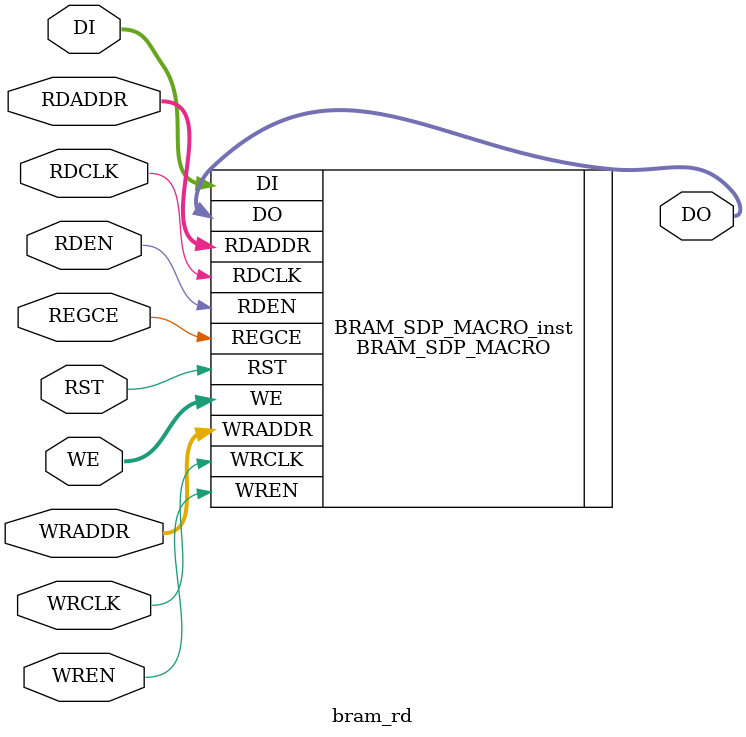
<source format=v>
`timescale 1ns / 1ps

module bram_rd(
    output [7:0] DO,
    input [31:0] DI,
    input [11:0] RDADDR,
    input [9:0] WRADDR,
    input REGCE,
    input RST , 
    input RDCLK,
    input WRCLK,
    input RDEN,
    input WREN,
    input [3:0] WE
    );
      ///////////////////////////////////////////////////////////////////////
    BRAM_SDP_MACRO #(
    .BRAM_SIZE("36Kb"), // Target BRAM, "18Kb" or "36Kb"
    .DEVICE("7SERIES"), // Target device: "7SERIES"
    .WRITE_WIDTH(32), // Valid values are 1-72 (37-72 only valid when BRAM_SIZE="36Kb")
    .READ_WIDTH(8), // Valid values are 1-72 (37-72 only valid when BRAM_SIZE="36Kb")
    .DO_REG(0), // Optional output register (0 or 1)
    .INIT_FILE ("NONE"),
    .SIM_COLLISION_CHECK ("ALL"), // Collision check enable "ALL", "WARNING_ONLY",
    // "GENERATE_X_ONLY" or "NONE"
    .SRVAL(72'h000000000000000000), // Set/Reset value for port output
    .INIT(72'h000000000000000000), // Initial values on output port
    .WRITE_MODE("WRITE_FIRST"), // Specify "READ_FIRST" for same clock or synchronous clocks
    // Specify "WRITE_FIRST for asynchronous clocks on ports
    .INIT_00(256'h0000000000000000000000000000000000000000000000000000000000000000),
    .INIT_01(256'h0000000000000000000000000000000000000000000000000000000000000000),
    .INIT_02(256'h0000000000000000000000000000000000000000000000000000000000000000),
    .INIT_03(256'h0000000000000000000000000000000000000000000000000000000000000000),
    .INIT_04(256'h0000000000000000000000000000000000000000000000000000000000000000),
    .INIT_05(256'h0000000000000000000000000000000000000000000000000000000000000000),
    .INIT_06(256'h0000000000000000000000000000000000000000000000000000000000000000),
    .INIT_07(256'h0000000000000000000000000000000000000000000000000000000000000000),
    .INIT_08(256'h0000000000000000000000000000000000000000000000000000000000000000),
    .INIT_09(256'h0000000000000000000000000000000000000000000000000000000000000000),
    .INIT_0A(256'h0000000000000000000000000000000000000000000000000000000000000000),
    .INIT_0B(256'h0000000000000000000000000000000000000000000000000000000000000000),
    .INIT_0C(256'h0000000000000000000000000000000000000000000000000000000000000000),
    .INIT_0D(256'h0000000000000000000000000000000000000000000000000000000000000000),
    .INIT_0E(256'h0000000000000000000000000000000000000000000000000000000000000000),
    .INIT_0F(256'h0000000000000000000000000000000000000000000000000000000000000000),
    .INIT_10(256'h0000000000000000000000000000000000000000000000000000000000000000),
    .INIT_11(256'h0000000000000000000000000000000000000000000000000000000000000000),
    .INIT_12(256'h0000000000000000000000000000000000000000000000000000000000000000),
    .INIT_13(256'h0000000000000000000000000000000000000000000000000000000000000000),
    .INIT_14(256'h0000000000000000000000000000000000000000000000000000000000000000),
    .INIT_15(256'h0000000000000000000000000000000000000000000000000000000000000000),
    .INIT_16(256'h0000000000000000000000000000000000000000000000000000000000000000),
    .INIT_17(256'h0000000000000000000000000000000000000000000000000000000000000000),
    .INIT_18(256'h0000000000000000000000000000000000000000000000000000000000000000),
    .INIT_19(256'h0000000000000000000000000000000000000000000000000000000000000000),
    .INIT_1A(256'h0000000000000000000000000000000000000000000000000000000000000000),
    .INIT_1B(256'h0000000000000000000000000000000000000000000000000000000000000000),
    .INIT_1C(256'h0000000000000000000000000000000000000000000000000000000000000000),
    .INIT_1D(256'h0000000000000000000000000000000000000000000000000000000000000000),
    .INIT_1E(256'h0000000000000000000000000000000000000000000000000000000000000000),
    .INIT_1F(256'h0000000000000000000000000000000000000000000000000000000000000000),
    .INIT_20(256'h0000000000000000000000000000000000000000000000000000000000000000),
    .INIT_21(256'h0000000000000000000000000000000000000000000000000000000000000000),
    .INIT_22(256'h0000000000000000000000000000000000000000000000000000000000000000),
    .INIT_23(256'h0000000000000000000000000000000000000000000000000000000000000000),
    .INIT_24(256'h0000000000000000000000000000000000000000000000000000000000000000),
    .INIT_25(256'h0000000000000000000000000000000000000000000000000000000000000000),
    .INIT_26(256'h0000000000000000000000000000000000000000000000000000000000000000),
    .INIT_27(256'h0000000000000000000000000000000000000000000000000000000000000000),
    .INIT_28(256'h0000000000000000000000000000000000000000000000000000000000000000),
    .INIT_29(256'h0000000000000000000000000000000000000000000000000000000000000000),
    .INIT_2A(256'h0000000000000000000000000000000000000000000000000000000000000000),
    .INIT_2B(256'h0000000000000000000000000000000000000000000000000000000000000000),
    .INIT_2C(256'h0000000000000000000000000000000000000000000000000000000000000000),
    .INIT_2D(256'h0000000000000000000000000000000000000000000000000000000000000000),
    .INIT_2E(256'h0000000000000000000000000000000000000000000000000000000000000000),
    .INIT_2F(256'h0000000000000000000000000000000000000000000000000000000000000000),
    .INIT_30(256'h0000000000000000000000000000000000000000000000000000000000000000),
    .INIT_31(256'h0000000000000000000000000000000000000000000000000000000000000000),
    .INIT_32(256'h0000000000000000000000000000000000000000000000000000000000000000),
    .INIT_33(256'h0000000000000000000000000000000000000000000000000000000000000000),
    .INIT_34(256'h0000000000000000000000000000000000000000000000000000000000000000),
    .INIT_35(256'h0000000000000000000000000000000000000000000000000000000000000000),
    .INIT_36(256'h0000000000000000000000000000000000000000000000000000000000000000),
    .INIT_37(256'h0000000000000000000000000000000000000000000000000000000000000000),
    .INIT_38(256'h0000000000000000000000000000000000000000000000000000000000000000),
    .INIT_39(256'h0000000000000000000000000000000000000000000000000000000000000000),
    .INIT_3A(256'h0000000000000000000000000000000000000000000000000000000000000000),
    .INIT_3B(256'h0000000000000000000000000000000000000000000000000000000000000000),
    .INIT_3C(256'h0000000000000000000000000000000000000000000000000000000000000000),
    .INIT_3D(256'h0000000000000000000000000000000000000000000000000000000000000000),
    .INIT_3E(256'h0000000000000000000000000000000000000000000000000000000000000000),
    .INIT_3F(256'h0000000000000000000000000000000000000000000000000000000000000000),
    .INIT_40(256'h0000000000000000000000000000000000000000000000000000000000000000),
    .INIT_41(256'h0000000000000000000000000000000000000000000000000000000000000000),
    .INIT_42(256'h0000000000000000000000000000000000000000000000000000000000000000),
    .INIT_43(256'h0000000000000000000000000000000000000000000000000000000000000000),
    .INIT_44(256'h0000000000000000000000000000000000000000000000000000000000000000),
    .INIT_45(256'h0000000000000000000000000000000000000000000000000000000000000000),
    .INIT_46(256'h0000000000000000000000000000000000000000000000000000000000000000),
    .INIT_47(256'h0000000000000000000000000000000000000000000000000000000000000000),
    .INIT_48(256'h0000000000000000000000000000000000000000000000000000000000000000),
    .INIT_49(256'h0000000000000000000000000000000000000000000000000000000000000000),
    .INIT_4A(256'h0000000000000000000000000000000000000000000000000000000000000000),
    .INIT_4B(256'h0000000000000000000000000000000000000000000000000000000000000000),
    .INIT_4C(256'h0000000000000000000000000000000000000000000000000000000000000000),
    .INIT_4D(256'h0000000000000000000000000000000000000000000000000000000000000000),
    .INIT_4E(256'h0000000000000000000000000000000000000000000000000000000000000000),
    .INIT_4F(256'h0000000000000000000000000000000000000000000000000000000000000000),
    .INIT_50(256'h0000000000000000000000000000000000000000000000000000000000000000),
    .INIT_51(256'h0000000000000000000000000000000000000000000000000000000000000000),
    .INIT_52(256'h0000000000000000000000000000000000000000000000000000000000000000),
    .INIT_53(256'h0000000000000000000000000000000000000000000000000000000000000000),
    .INIT_54(256'h0000000000000000000000000000000000000000000000000000000000000000),
    .INIT_55(256'h0000000000000000000000000000000000000000000000000000000000000000),
    .INIT_56(256'h0000000000000000000000000000000000000000000000000000000000000000),
    .INIT_57(256'h0000000000000000000000000000000000000000000000000000000000000000),
    .INIT_58(256'h0000000000000000000000000000000000000000000000000000000000000000),
    .INIT_59(256'h0000000000000000000000000000000000000000000000000000000000000000),
    .INIT_5A(256'h0000000000000000000000000000000000000000000000000000000000000000),
    .INIT_5B(256'h0000000000000000000000000000000000000000000000000000000000000000),
    .INIT_5C(256'h0000000000000000000000000000000000000000000000000000000000000000),
    .INIT_5D(256'h0000000000000000000000000000000000000000000000000000000000000000),
    .INIT_5E(256'h0000000000000000000000000000000000000000000000000000000000000000),
    .INIT_5F(256'h0000000000000000000000000000000000000000000000000000000000000000),
    .INIT_60(256'h0000000000000000000000000000000000000000000000000000000000000000),
    .INIT_61(256'h0000000000000000000000000000000000000000000000000000000000000000),
    .INIT_62(256'h0000000000000000000000000000000000000000000000000000000000000000),
    .INIT_63(256'h0000000000000000000000000000000000000000000000000000000000000000),
    .INIT_64(256'h0000000000000000000000000000000000000000000000000000000000000000),
    .INIT_65(256'h0000000000000000000000000000000000000000000000000000000000000000),
    .INIT_66(256'h0000000000000000000000000000000000000000000000000000000000000000),
    .INIT_67(256'h0000000000000000000000000000000000000000000000000000000000000000),
    .INIT_68(256'h0000000000000000000000000000000000000000000000000000000000000000),
    .INIT_69(256'h0000000000000000000000000000000000000000000000000000000000000000),
    .INIT_6A(256'h0000000000000000000000000000000000000000000000000000000000000000),
    .INIT_6B(256'h0000000000000000000000000000000000000000000000000000000000000000),
    .INIT_6C(256'h0000000000000000000000000000000000000000000000000000000000000000),
    .INIT_6D(256'h0000000000000000000000000000000000000000000000000000000000000000),
    .INIT_6E(256'h0000000000000000000000000000000000000000000000000000000000000000),
    .INIT_6F(256'h0000000000000000000000000000000000000000000000000000000000000000),
    .INIT_70(256'h0000000000000000000000000000000000000000000000000000000000000000),
    .INIT_71(256'h0000000000000000000000000000000000000000000000000000000000000000),
    .INIT_72(256'h0000000000000000000000000000000000000000000000000000000000000000),
    .INIT_73(256'h0000000000000000000000000000000000000000000000000000000000000000),
    .INIT_74(256'h0000000000000000000000000000000000000000000000000000000000000000),
    .INIT_75(256'h0000000000000000000000000000000000000000000000000000000000000000),
    .INIT_76(256'h0000000000000000000000000000000000000000000000000000000000000000),
    .INIT_77(256'h0000000000000000000000000000000000000000000000000000000000000000),
    .INIT_78(256'h0000000000000000000000000000000000000000000000000000000000000000),
    .INIT_79(256'h0000000000000000000000000000000000000000000000000000000000000000),
    .INIT_7A(256'h0000000000000000000000000000000000000000000000000000000000000000),
    .INIT_7B(256'h0000000000000000000000000000000000000000000000000000000000000000),
    .INIT_7C(256'h0000000000000000000000000000000000000000000000000000000000000000),
    .INIT_7D(256'h0000000000000000000000000000000000000000000000000000000000000000),
    .INIT_7E(256'h0000000000000000000000000000000000000000000000000000000000000000),
    .INIT_7F(256'h0000000000000000000000000000000000000000000000000000000000000000),
    // The next set of INITP_xx are for the parity bits
    .INITP_00(256'h0000000000000000000000000000000000000000000000000000000000000000),
    .INITP_01(256'h0000000000000000000000000000000000000000000000000000000000000000),
    .INITP_02(256'h0000000000000000000000000000000000000000000000000000000000000000),
    .INITP_03(256'h0000000000000000000000000000000000000000000000000000000000000000),
    .INITP_04(256'h0000000000000000000000000000000000000000000000000000000000000000),
    .INITP_05(256'h0000000000000000000000000000000000000000000000000000000000000000),
    .INITP_06(256'h0000000000000000000000000000000000000000000000000000000000000000),
    .INITP_07(256'h0000000000000000000000000000000000000000000000000000000000000000),
    // The next set of INITP_xx are valid when configured as 36Kb
    .INITP_08(256'h0000000000000000000000000000000000000000000000000000000000000000),
    .INITP_09(256'h0000000000000000000000000000000000000000000000000000000000000000),
    .INITP_0A(256'h0000000000000000000000000000000000000000000000000000000000000000),
    .INITP_0B(256'h0000000000000000000000000000000000000000000000000000000000000000),
    .INITP_0C(256'h0000000000000000000000000000000000000000000000000000000000000000),
    .INITP_0D(256'h0000000000000000000000000000000000000000000000000000000000000000),
    .INITP_0E(256'h0000000000000000000000000000000000000000000000000000000000000000),
    .INITP_0F(256'h0000000000000000000000000000000000000000000000000000000000000000)
    )
    BRAM_SDP_MACRO_inst (
    .DO(DO), // Output read data port, width defined by READ_WIDTH parameter
    .DI(DI), // Input write data port, width defined by WRITE_WIDTH parameter
    .RDADDR(RDADDR), // Input read address, width defined by read port depth
    .RDCLK(RDCLK), // 1-bit input read clock
    .RDEN(RDEN), // 1-bit input read port enable
    .REGCE(REGCE), // 1-bit input read output register enable
    .RST(RST), // 1-bit input reset
    .WE(WE), // Input write enable, width defined by write port depth
    .WRADDR(WRADDR), // Input write address, width defined by write port depth
    .WRCLK(WRCLK), // 1-bit input write clock
    .WREN(WREN) // 1-bit input write port enable
    );

endmodule
</source>
